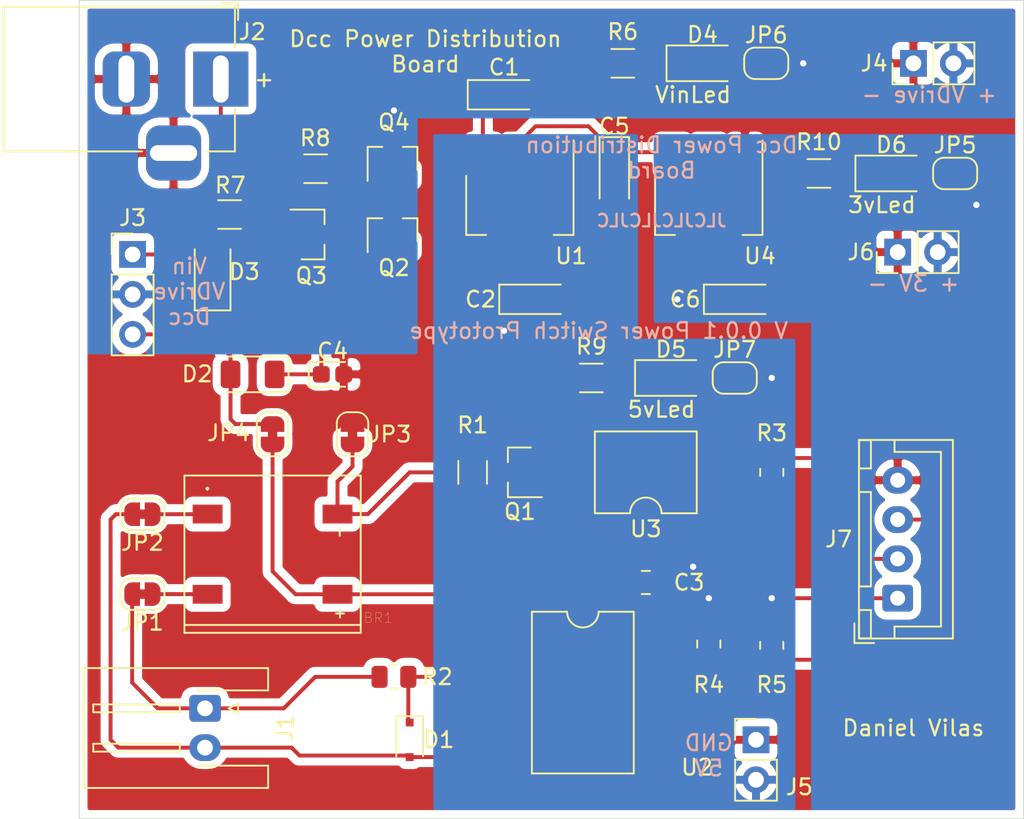
<source format=kicad_pcb>
(kicad_pcb (version 20171130) (host pcbnew 5.1.10-88a1d61d58~90~ubuntu21.04.1)
  (layers (0 F.Cu signal) (31 B.Cu signal) (34 B.Paste user) (35 F.Paste user hide) (36 B.SilkS user) (37 F.SilkS user) (38 B.Mask user) (39 F.Mask user hide) (44 Edge.Cuts user))
  (net 0 "")
  (net 1 "/Dcc Interface/J_ACK")
  (net 2 "/Dcc Interface/K_ACK")
  (net 3 "Net-(BR1-Pad+)")
  (net 4 "Net-(BR1-Pad-)")
  (net 5 GND)
  (net 6 Vdrive)
  (net 7 +5V)
  (net 8 "/Dcc Interface/K")
  (net 9 "Net-(D1-Pad1)")
  (net 10 "/Dcc Interface/J")
  (net 11 "/Power Distribution/Vin")
  (net 12 "/Dcc Interface/DccPower")
  (net 13 "Net-(Q1-Pad2)")
  (net 14 "Net-(Q1-Pad1)")
  (net 15 "Net-(R3-Pad2)")
  (net 16 "Net-(R4-Pad1)")
  (net 17 "Net-(U2-Pad1)")
  (net 18 "Net-(C4-Pad1)")
  (net 19 +3V3)
  (net 20 "Net-(Q2-Pad3)")
  (net 21 "Net-(Q2-Pad1)")
  (net 22 "Net-(Q3-Pad1)")
  (net 23 "Net-(D4-Pad2)")
  (net 24 "Net-(D4-Pad1)")
  (net 25 "Net-(D5-Pad2)")
  (net 26 "Net-(D5-Pad1)")
  (net 27 "Net-(D6-Pad2)")
  (net 28 "Net-(D6-Pad1)")
  (net 29 /_dcc)
  (net 30 /_ack)
  (module Connector_BarrelJack:BarrelJack_Horizontal (layer F.Cu) (at 29 25)
    (fp_text reference J2 (at 2 -3) (layer F.SilkS))
    (fp_text value Conn_01x02)
    (pad 3 thru_hole roundrect (at -3 4.7) (size 3.5 3.5) (drill oval 3 1) (layers *.Cu *.Mask) (net 5 GND))
    (pad 2 thru_hole roundrect (at -6 0) (size 3 3.5) (drill oval 1 3) (layers *.Cu *.Mask) (net 5 GND))
    (pad 1 thru_hole rect (at 0 0) (size 3.5 3.5) (drill oval 1 3) (layers *.Cu *.Mask) (net 11 "/Power Distribution/Vin"))
  )
  (module Connector_JST:JST_XH_B4B-XH-A_1x04_P2.50mm_Vertical (layer F.Cu) (at 72 58 90)
    (fp_text reference J7 (at 3.75 -3.75 180) (layer F.SilkS))
    (fp_text value Conn_01x04)
    (pad 4 thru_hole oval (at 7.5 0 90) (size 1.7 1.95) (drill 0.95) (layers *.Cu *.Mask) (net 5 GND))
    (pad 3 thru_hole oval (at 5 0 90) (size 1.7 1.95) (drill 0.95) (layers *.Cu *.Mask) (net 29 /_dcc))
    (pad 2 thru_hole oval (at 2.5 0 90) (size 1.7 1.95) (drill 0.95) (layers *.Cu *.Mask) (net 30 /_ack))
    (pad 1 thru_hole roundrect (at 0 0 90) (size 1.7 1.95) (drill 0.95) (layers *.Cu *.Mask) (roundrect_rratio 0.147059) (net 7 +5V))
  )
  (module Connector_PinHeader_2.54mm:PinHeader_1x02_P2.54mm_Vertical (layer F.Cu) (at 72 36 90)
    (fp_text reference J6 (at 0 -2.33 180) (layer F.SilkS))
    (fp_text value Conn_01x02)
    (pad 2 thru_hole oval (at 0 2.54 90) (size 1.7 1.7) (drill 1) (layers *.Cu *.Mask) (net 19 +3V3))
    (pad 1 thru_hole rect (at 0 0 90) (size 1.7 1.7) (drill 1) (layers *.Cu *.Mask) (net 5 GND))
  )
  (module Connector_PinHeader_2.54mm:PinHeader_1x02_P2.54mm_Vertical (layer F.Cu) (at 63 67)
    (fp_text reference J5 (at 2.75 3) (layer F.SilkS))
    (fp_text value Conn_01x02)
    (pad 2 thru_hole oval (at 0 2.54) (size 1.7 1.7) (drill 1) (layers *.Cu *.Mask) (net 7 +5V))
    (pad 1 thru_hole rect (at 0 0) (size 1.7 1.7) (drill 1) (layers *.Cu *.Mask) (net 5 GND))
  )
  (module Connector_PinHeader_2.54mm:PinHeader_1x02_P2.54mm_Vertical (layer F.Cu) (at 73 24 90)
    (fp_text reference J4 (at 0 -2.5 180) (layer F.SilkS))
    (fp_text value Conn_01x02)
    (pad 2 thru_hole oval (at 0 2.54 90) (size 1.7 1.7) (drill 1) (layers *.Cu *.Mask) (net 6 Vdrive))
    (pad 1 thru_hole rect (at 0 0 90) (size 1.7 1.7) (drill 1) (layers *.Cu *.Mask) (net 5 GND))
  )
  (module Resistor_SMD:R_1206_3216Metric (layer F.Cu) (at 67 31 180)
    (fp_text reference R10 (at 0 2) (layer F.SilkS))
    (fp_text value 100)
    (pad 2 smd roundrect (at 1.4625 0 180) (size 1.125 1.75) (layers F.Cu F.Paste F.Mask) (roundrect_rratio 0.222222) (net 5 GND))
    (pad 1 smd roundrect (at -1.4625 0 180) (size 1.125 1.75) (layers F.Cu F.Paste F.Mask) (roundrect_rratio 0.222222) (net 28 "Net-(D6-Pad1)"))
  )
  (module Resistor_SMD:R_1206_3216Metric (layer F.Cu) (at 52.5375 44 180)
    (fp_text reference R9 (at 0 2) (layer F.SilkS))
    (fp_text value 200)
    (pad 2 smd roundrect (at 1.4625 0 180) (size 1.125 1.75) (layers F.Cu F.Paste F.Mask) (roundrect_rratio 0.222222) (net 5 GND))
    (pad 1 smd roundrect (at -1.4625 0 180) (size 1.125 1.75) (layers F.Cu F.Paste F.Mask) (roundrect_rratio 0.222222) (net 26 "Net-(D5-Pad1)"))
  )
  (module Resistor_SMD:R_1206_3216Metric (layer F.Cu) (at 54.5375 24 180)
    (fp_text reference R6 (at 0 2) (layer F.SilkS))
    (fp_text value 900)
    (pad 2 smd roundrect (at 1.4625 0 180) (size 1.125 1.75) (layers F.Cu F.Paste F.Mask) (roundrect_rratio 0.222222) (net 5 GND))
    (pad 1 smd roundrect (at -1.4625 0 180) (size 1.125 1.75) (layers F.Cu F.Paste F.Mask) (roundrect_rratio 0.222222) (net 24 "Net-(D4-Pad1)"))
  )
  (module Jumper:SolderJumper-2_P1.3mm_Bridged_RoundedPad1.0x1.5mm (layer F.Cu) (at 61.65 44)
    (fp_text reference JP7 (at 0 -1.8) (layer F.SilkS))
    (fp_text value Jumper_2_Bridged)
    (fp_poly (pts (xy 0.25 -0.3) (xy -0.25 -0.3) (xy -0.25 0.3) (xy 0.25 0.3)) (layer F.Cu) (width 0))
    (pad 1 smd custom (at -0.65 0) (size 1 0.5) (layers F.Cu F.Mask) (net 25 "Net-(D5-Pad2)") (options (clearance outline) (anchor rect)) (primitives (gr_circle (center 0 0.25) (end 0.5 0.25) (width 0)) (gr_circle (center 0 -0.25) (end 0.5 -0.25) (width 0)) (gr_poly (pts (xy 0 -0.75) (xy 0.5 -0.75) (xy 0.5 0.75) (xy 0 0.75)) (width 0))))
    (pad 2 smd custom (at 0.65 0) (size 1 0.5) (layers F.Cu F.Mask) (net 7 +5V) (options (clearance outline) (anchor rect)) (primitives (gr_circle (center 0 0.25) (end 0.5 0.25) (width 0)) (gr_circle (center 0 -0.25) (end 0.5 -0.25) (width 0)) (gr_poly (pts (xy 0 -0.75) (xy -0.5 -0.75) (xy -0.5 0.75) (xy 0 0.75)) (width 0))))
  )
  (module Jumper:SolderJumper-2_P1.3mm_Bridged_RoundedPad1.0x1.5mm (layer F.Cu) (at 63.65 24)
    (fp_text reference JP6 (at 0 -1.8) (layer F.SilkS))
    (fp_text value Jumper_2_Bridged)
    (fp_poly (pts (xy 0.25 -0.3) (xy -0.25 -0.3) (xy -0.25 0.3) (xy 0.25 0.3)) (layer F.Cu) (width 0))
    (pad 1 smd custom (at -0.65 0) (size 1 0.5) (layers F.Cu F.Mask) (net 23 "Net-(D4-Pad2)") (options (clearance outline) (anchor rect)) (primitives (gr_circle (center 0 0.25) (end 0.5 0.25) (width 0)) (gr_circle (center 0 -0.25) (end 0.5 -0.25) (width 0)) (gr_poly (pts (xy 0 -0.75) (xy 0.5 -0.75) (xy 0.5 0.75) (xy 0 0.75)) (width 0))))
    (pad 2 smd custom (at 0.65 0) (size 1 0.5) (layers F.Cu F.Mask) (net 6 Vdrive) (options (clearance outline) (anchor rect)) (primitives (gr_circle (center 0 0.25) (end 0.5 0.25) (width 0)) (gr_circle (center 0 -0.25) (end 0.5 -0.25) (width 0)) (gr_poly (pts (xy 0 -0.75) (xy -0.5 -0.75) (xy -0.5 0.75) (xy 0 0.75)) (width 0))))
  )
  (module Jumper:SolderJumper-2_P1.3mm_Bridged_RoundedPad1.0x1.5mm (layer F.Cu) (at 75.65 31)
    (fp_text reference JP5 (at 0 -1.8) (layer F.SilkS))
    (fp_text value Jumper_2_Bridged)
    (fp_poly (pts (xy 0.25 -0.3) (xy -0.25 -0.3) (xy -0.25 0.3) (xy 0.25 0.3)) (layer F.Cu) (width 0))
    (pad 1 smd custom (at -0.65 0) (size 1 0.5) (layers F.Cu F.Mask) (net 27 "Net-(D6-Pad2)") (options (clearance outline) (anchor rect)) (primitives (gr_circle (center 0 0.25) (end 0.5 0.25) (width 0)) (gr_circle (center 0 -0.25) (end 0.5 -0.25) (width 0)) (gr_poly (pts (xy 0 -0.75) (xy 0.5 -0.75) (xy 0.5 0.75) (xy 0 0.75)) (width 0))))
    (pad 2 smd custom (at 0.65 0) (size 1 0.5) (layers F.Cu F.Mask) (net 19 +3V3) (options (clearance outline) (anchor rect)) (primitives (gr_circle (center 0 0.25) (end 0.5 0.25) (width 0)) (gr_circle (center 0 -0.25) (end 0.5 -0.25) (width 0)) (gr_poly (pts (xy 0 -0.75) (xy -0.5 -0.75) (xy -0.5 0.75) (xy 0 0.75)) (width 0))))
  )
  (module LED_SMD:LED_1206_3216Metric (layer F.Cu) (at 71.6 31)
    (fp_text reference D6 (at 0 -1.82) (layer F.SilkS))
    (fp_text value LED)
    (pad 2 smd roundrect (at 1.4 0) (size 1.25 1.75) (layers F.Cu F.Paste F.Mask) (roundrect_rratio 0.2) (net 27 "Net-(D6-Pad2)"))
    (pad 1 smd roundrect (at -1.4 0) (size 1.25 1.75) (layers F.Cu F.Paste F.Mask) (roundrect_rratio 0.2) (net 28 "Net-(D6-Pad1)"))
  )
  (module LED_SMD:LED_1206_3216Metric (layer F.Cu) (at 57.6 44)
    (fp_text reference D5 (at 0 -1.82) (layer F.SilkS))
    (fp_text value LED)
    (pad 2 smd roundrect (at 1.4 0) (size 1.25 1.75) (layers F.Cu F.Paste F.Mask) (roundrect_rratio 0.2) (net 25 "Net-(D5-Pad2)"))
    (pad 1 smd roundrect (at -1.4 0) (size 1.25 1.75) (layers F.Cu F.Paste F.Mask) (roundrect_rratio 0.2) (net 26 "Net-(D5-Pad1)"))
  )
  (module LED_SMD:LED_1206_3216Metric (layer F.Cu) (at 59.6 24)
    (fp_text reference D4 (at 0 -1.82) (layer F.SilkS))
    (fp_text value LED)
    (pad 2 smd roundrect (at 1.4 0) (size 1.25 1.75) (layers F.Cu F.Paste F.Mask) (roundrect_rratio 0.2) (net 23 "Net-(D4-Pad2)"))
    (pad 1 smd roundrect (at -1.4 0) (size 1.25 1.75) (layers F.Cu F.Paste F.Mask) (roundrect_rratio 0.2) (net 24 "Net-(D4-Pad1)"))
  )
  (module Project:DIOB_DB107S (layer F.Cu) (at 32.29 55.2 270)
    (fp_text reference BR1 (at 4.05 -6.71 180) (layer F.SilkS) (effects (font (size 0.640331 0.640331) (thickness 0.015))))
    (fp_text value DB107S)
    (fp_text user · (at -4.1656 4.2164 90) (layer F.SilkS))
    (pad ~ smd rect (at 2.54959 4.12442 270) (size 1.2 1.9) (layers F.Cu F.Paste F.Mask) (net 1 "/Dcc Interface/J_ACK"))
    (pad ~. smd rect (at -2.55041 4.12442 270) (size 1.2 1.9) (layers F.Cu F.Paste F.Mask) (net 2 "/Dcc Interface/K_ACK"))
    (pad + smd rect (at 2.54959 -4.12558 270) (size 1.2 1.9) (layers F.Cu F.Paste F.Mask) (net 3 "Net-(BR1-Pad+)"))
    (pad - smd rect (at -2.55041 -4.12558 270) (size 1.2 1.9) (layers F.Cu F.Paste F.Mask) (net 4 "Net-(BR1-Pad-)"))
  )
  (module Diode_SMD:D_1206_3216Metric (layer F.Cu) (at 28.48 37.42 90)
    (fp_text reference D3 (at 0.17 2.02 180) (layer F.SilkS))
    (fp_text value D)
    (pad 2 smd roundrect (at 1.4 0 90) (size 1.25 1.75) (layers F.Cu F.Paste F.Mask) (roundrect_rratio 0.2) (net 11 "/Power Distribution/Vin"))
    (pad 1 smd roundrect (at -1.4 0 90) (size 1.25 1.75) (layers F.Cu F.Paste F.Mask) (roundrect_rratio 0.2) (net 6 Vdrive))
  )
  (module Package_TO_SOT_SMD:SOT-223-3_TabPin2 (layer F.Cu) (at 60 33 270)
    (fp_text reference U4 (at 3.25 -3.25 180) (layer F.SilkS))
    (fp_text value AMS1117-3.3)
    (pad 1 smd rect (at -3.15 -2.3 270) (size 2 1.5) (layers F.Cu F.Paste F.Mask) (net 5 GND))
    (pad 3 smd rect (at -3.15 2.3 270) (size 2 1.5) (layers F.Cu F.Paste F.Mask) (net 7 +5V))
    (pad 2 smd rect (at -3.15 0 270) (size 2 1.5) (layers F.Cu F.Paste F.Mask) (net 19 +3V3))
    (pad 2 smd rect (at 3.15 0 270) (size 2 3.8) (layers F.Cu F.Paste F.Mask) (net 19 +3V3))
  )
  (module Resistor_SMD:R_1206_3216Metric (layer F.Cu) (at 35.0225 30.7 180)
    (fp_text reference R8 (at 0.0225 1.95) (layer F.SilkS))
    (fp_text value 100k)
    (pad 2 smd roundrect (at 1.4625 0 180) (size 1.125 1.75) (layers F.Cu F.Paste F.Mask) (roundrect_rratio 0.222222) (net 5 GND))
    (pad 1 smd roundrect (at -1.4625 0 180) (size 1.125 1.75) (layers F.Cu F.Paste F.Mask) (roundrect_rratio 0.222222) (net 20 "Net-(Q2-Pad3)"))
  )
  (module Resistor_SMD:R_1206_3216Metric (layer F.Cu) (at 29.5575 33.61 180)
    (fp_text reference R7 (at -0.0425 1.86) (layer F.SilkS))
    (fp_text value 100K)
    (pad 2 smd roundrect (at 1.4625 0 180) (size 1.125 1.75) (layers F.Cu F.Paste F.Mask) (roundrect_rratio 0.222222) (net 11 "/Power Distribution/Vin"))
    (pad 1 smd roundrect (at -1.4625 0 180) (size 1.125 1.75) (layers F.Cu F.Paste F.Mask) (roundrect_rratio 0.222222) (net 22 "Net-(Q3-Pad1)"))
  )
  (module Package_TO_SOT_SMD:SOT-23 (layer F.Cu) (at 39.91 30.07 90)
    (fp_text reference Q4 (at 2.32 0.09 180) (layer F.SilkS))
    (fp_text value NXV90EPR)
    (pad 3 smd rect (at 1 0 90) (size 0.9 0.8) (layers F.Cu F.Paste F.Mask) (net 6 Vdrive))
    (pad 2 smd rect (at -1 0.95 90) (size 0.9 0.8) (layers F.Cu F.Paste F.Mask) (net 18 "Net-(C4-Pad1)"))
    (pad 1 smd rect (at -1 -0.95 90) (size 0.9 0.8) (layers F.Cu F.Paste F.Mask) (net 20 "Net-(Q2-Pad3)"))
  )
  (module Package_TO_SOT_SMD:SOT-23 (layer F.Cu) (at 34.83 34.88)
    (fp_text reference Q3 (at -0.08 2.62) (layer F.SilkS))
    (fp_text value BC817)
    (pad 3 smd rect (at 1 0) (size 0.9 0.8) (layers F.Cu F.Paste F.Mask) (net 21 "Net-(Q2-Pad1)"))
    (pad 2 smd rect (at -1 0.95) (size 0.9 0.8) (layers F.Cu F.Paste F.Mask) (net 5 GND))
    (pad 1 smd rect (at -1 -0.95) (size 0.9 0.8) (layers F.Cu F.Paste F.Mask) (net 22 "Net-(Q3-Pad1)"))
  )
  (module Package_TO_SOT_SMD:SOT-23 (layer F.Cu) (at 39.91 34.61 90)
    (fp_text reference Q2 (at -2.39 0.09 180) (layer F.SilkS))
    (fp_text value BC807)
    (pad 3 smd rect (at 1 0 90) (size 0.9 0.8) (layers F.Cu F.Paste F.Mask) (net 20 "Net-(Q2-Pad3)"))
    (pad 2 smd rect (at -1 0.95 90) (size 0.9 0.8) (layers F.Cu F.Paste F.Mask) (net 18 "Net-(C4-Pad1)"))
    (pad 1 smd rect (at -1 -0.95 90) (size 0.9 0.8) (layers F.Cu F.Paste F.Mask) (net 21 "Net-(Q2-Pad1)"))
  )
  (module Connector_PinHeader_2.54mm:PinHeader_1x03_P2.54mm_Vertical (layer F.Cu) (at 23.4 36.15)
    (fp_text reference J3 (at 0 -2.33) (layer F.SilkS))
    (fp_text value Conn_01x03)
    (pad 3 thru_hole oval (at 0 5.08) (size 1.7 1.7) (drill 1) (layers *.Cu *.Mask) (net 12 "/Dcc Interface/DccPower"))
    (pad 2 thru_hole oval (at 0 2.54) (size 1.7 1.7) (drill 1) (layers *.Cu *.Mask) (net 6 Vdrive))
    (pad 1 thru_hole rect (at 0 0) (size 1.7 1.7) (drill 1) (layers *.Cu *.Mask) (net 11 "/Power Distribution/Vin"))
  )
  (module Diode_SMD:D_1206_3216Metric (layer F.Cu) (at 31.02 43.77 180)
    (fp_text reference D2 (at 3.52 0.02) (layer F.SilkS))
    (fp_text value D)
    (pad 2 smd roundrect (at 1.4 0 180) (size 1.25 1.75) (layers F.Cu F.Paste F.Mask) (roundrect_rratio 0.2) (net 12 "/Dcc Interface/DccPower"))
    (pad 1 smd roundrect (at -1.4 0 180) (size 1.25 1.75) (layers F.Cu F.Paste F.Mask) (roundrect_rratio 0.2) (net 18 "Net-(C4-Pad1)"))
  )
  (module Capacitor_Tantalum_SMD:CP_EIA-3216-18_Kemet-A (layer F.Cu) (at 62 39)
    (fp_text reference C6 (at -3.5 0) (layer F.SilkS))
    (fp_text value 10uf)
    (pad 2 smd roundrect (at 1.35 0) (size 1.4 1.35) (layers F.Cu F.Paste F.Mask) (roundrect_rratio 0.185185) (net 5 GND))
    (pad 1 smd roundrect (at -1.35 0) (size 1.4 1.35) (layers F.Cu F.Paste F.Mask) (roundrect_rratio 0.185185) (net 19 +3V3))
  )
  (module Capacitor_Tantalum_SMD:CP_EIA-3216-18_Kemet-A (layer F.Cu) (at 54 31 270)
    (fp_text reference C5 (at -3 0 180) (layer F.SilkS))
    (fp_text value 10uf)
    (pad 2 smd roundrect (at 1.35 0 270) (size 1.4 1.35) (layers F.Cu F.Paste F.Mask) (roundrect_rratio 0.185185) (net 5 GND))
    (pad 1 smd roundrect (at -1.35 0 270) (size 1.4 1.35) (layers F.Cu F.Paste F.Mask) (roundrect_rratio 0.185185) (net 7 +5V))
  )
  (module Capacitor_Tantalum_SMD:CP_EIA-1608-08_AVX-J (layer F.Cu) (at 36.1 43.77)
    (fp_text reference C4 (at 0 -1.48) (layer F.SilkS))
    (fp_text value 10u)
    (pad 2 smd roundrect (at 0.7125 0) (size 1.075 1.05) (layers F.Cu F.Paste F.Mask) (roundrect_rratio 0.238095) (net 5 GND))
    (pad 1 smd roundrect (at -0.7125 0) (size 1.075 1.05) (layers F.Cu F.Paste F.Mask) (roundrect_rratio 0.238095) (net 18 "Net-(C4-Pad1)"))
  )
  (module Package_DIP:SMDIP-4_W9.53mm (layer F.Cu) (at 56 50 180)
    (fp_text reference U3 (at 0 -3.6) (layer F.SilkS))
    (fp_text value PC817)
    (pad 4 smd rect (at 4.765 -1.27 180) (size 2 1.78) (layers F.Cu F.Paste F.Mask) (net 14 "Net-(Q1-Pad1)"))
    (pad 2 smd rect (at -4.765 1.27 180) (size 2 1.78) (layers F.Cu F.Paste F.Mask) (net 5 GND))
    (pad 3 smd rect (at 4.765 1.27 180) (size 2 1.78) (layers F.Cu F.Paste F.Mask) (net 4 "Net-(BR1-Pad-)"))
    (pad 1 smd rect (at -4.765 -1.27 180) (size 2 1.78) (layers F.Cu F.Paste F.Mask) (net 15 "Net-(R3-Pad2)"))
  )
  (module Package_DIP:SMDIP-8_W9.53mm (layer F.Cu) (at 52 64)
    (fp_text reference U2 (at 7.25 4.75) (layer F.SilkS))
    (fp_text value 6N137S1)
    (pad 8 smd rect (at 4.765 -3.81) (size 2 1.78) (layers F.Cu F.Paste F.Mask) (net 7 +5V))
    (pad 4 smd rect (at -4.765 3.81) (size 2 1.78) (layers F.Cu F.Paste F.Mask))
    (pad 7 smd rect (at 4.765 -1.27) (size 2 1.78) (layers F.Cu F.Paste F.Mask) (net 16 "Net-(R4-Pad1)"))
    (pad 3 smd rect (at -4.765 1.27) (size 2 1.78) (layers F.Cu F.Paste F.Mask) (net 8 "/Dcc Interface/K"))
    (pad 6 smd rect (at 4.765 1.27) (size 2 1.78) (layers F.Cu F.Paste F.Mask) (net 29 /_dcc))
    (pad 2 smd rect (at -4.765 -1.27) (size 2 1.78) (layers F.Cu F.Paste F.Mask) (net 9 "Net-(D1-Pad1)"))
    (pad 5 smd rect (at 4.765 3.81) (size 2 1.78) (layers F.Cu F.Paste F.Mask) (net 5 GND))
    (pad 1 smd rect (at -4.765 -3.81) (size 2 1.78) (layers F.Cu F.Paste F.Mask) (net 17 "Net-(U2-Pad1)"))
  )
  (module Package_TO_SOT_SMD:SOT-223-3_TabPin2 (layer F.Cu) (at 48 33 270)
    (fp_text reference U1 (at 3.25 -3.25 180) (layer F.SilkS))
    (fp_text value AMS1117-5.0)
    (pad 1 smd rect (at -3.15 -2.3 270) (size 2 1.5) (layers F.Cu F.Paste F.Mask) (net 5 GND))
    (pad 3 smd rect (at -3.15 2.3 270) (size 2 1.5) (layers F.Cu F.Paste F.Mask) (net 6 Vdrive))
    (pad 2 smd rect (at -3.15 0 270) (size 2 1.5) (layers F.Cu F.Paste F.Mask) (net 7 +5V))
    (pad 2 smd rect (at 3.15 0 270) (size 2 3.8) (layers F.Cu F.Paste F.Mask) (net 7 +5V))
  )
  (module Resistor_SMD:R_0805_2012Metric (layer F.Cu) (at 64 61 90)
    (fp_text reference R5 (at -2.5 0 180) (layer F.SilkS))
    (fp_text value 10K)
    (pad 2 smd roundrect (at 0.9125 0 90) (size 1.025 1.4) (layers F.Cu F.Paste F.Mask) (roundrect_rratio 0.243902) (net 7 +5V))
    (pad 1 smd roundrect (at -0.9125 0 90) (size 1.025 1.4) (layers F.Cu F.Paste F.Mask) (roundrect_rratio 0.243902) (net 29 /_dcc))
  )
  (module Resistor_SMD:R_0805_2012Metric (layer F.Cu) (at 60 60.9125 90)
    (fp_text reference R4 (at -2.5875 0 180) (layer F.SilkS))
    (fp_text value 10K)
    (pad 2 smd roundrect (at 0.9125 0 90) (size 1.025 1.4) (layers F.Cu F.Paste F.Mask) (roundrect_rratio 0.243902) (net 7 +5V))
    (pad 1 smd roundrect (at -0.9125 0 90) (size 1.025 1.4) (layers F.Cu F.Paste F.Mask) (roundrect_rratio 0.243902) (net 16 "Net-(R4-Pad1)"))
  )
  (module Resistor_SMD:R_0805_2012Metric (layer F.Cu) (at 64 50 270)
    (fp_text reference R3 (at -2.5 0 180) (layer F.SilkS))
    (fp_text value 1K)
    (pad 2 smd roundrect (at 0.9125 0 270) (size 1.025 1.4) (layers F.Cu F.Paste F.Mask) (roundrect_rratio 0.243902) (net 15 "Net-(R3-Pad2)"))
    (pad 1 smd roundrect (at -0.9125 0 270) (size 1.025 1.4) (layers F.Cu F.Paste F.Mask) (roundrect_rratio 0.243902) (net 30 /_ack))
  )
  (module Resistor_SMD:R_0805_2012Metric (layer F.Cu) (at 40 63 180)
    (fp_text reference R2 (at -2.75 0) (layer F.SilkS))
    (fp_text value 3k)
    (pad 2 smd roundrect (at 0.9125 0 180) (size 1.025 1.4) (layers F.Cu F.Paste F.Mask) (roundrect_rratio 0.243902) (net 10 "/Dcc Interface/J"))
    (pad 1 smd roundrect (at -0.9125 0 180) (size 1.025 1.4) (layers F.Cu F.Paste F.Mask) (roundrect_rratio 0.243902) (net 9 "Net-(D1-Pad1)"))
  )
  (module Resistor_SMD:R_1206_3216Metric (layer F.Cu) (at 45 50 270)
    (fp_text reference R1 (at -3 0 180) (layer F.SilkS))
    (fp_text value 100)
    (pad 2 smd roundrect (at 1.4625 0 270) (size 1.125 1.75) (layers F.Cu F.Paste F.Mask) (roundrect_rratio 0.222222) (net 3 "Net-(BR1-Pad+)"))
    (pad 1 smd roundrect (at -1.4625 0 270) (size 1.125 1.75) (layers F.Cu F.Paste F.Mask) (roundrect_rratio 0.222222) (net 13 "Net-(Q1-Pad2)"))
  )
  (module Package_TO_SOT_SMD:SOT-23 (layer F.Cu) (at 48 50 180)
    (fp_text reference Q1 (at 0 -2.5) (layer F.SilkS))
    (fp_text value BC560)
    (pad 3 smd rect (at 1 0 180) (size 0.9 0.8) (layers F.Cu F.Paste F.Mask) (net 4 "Net-(BR1-Pad-)"))
    (pad 2 smd rect (at -1 0.95 180) (size 0.9 0.8) (layers F.Cu F.Paste F.Mask) (net 13 "Net-(Q1-Pad2)"))
    (pad 1 smd rect (at -1 -0.95 180) (size 0.9 0.8) (layers F.Cu F.Paste F.Mask) (net 14 "Net-(Q1-Pad1)"))
  )
  (module Jumper:SolderJumper-2_P1.3mm_Bridged_RoundedPad1.0x1.5mm (layer F.Cu) (at 32.29 47.58 90)
    (fp_text reference JP4 (at 0.08 -2.79 180) (layer F.SilkS))
    (fp_text value Jumper_NC)
    (fp_poly (pts (xy 0.25 -0.3) (xy -0.25 -0.3) (xy -0.25 0.3) (xy 0.25 0.3)) (layer F.Cu) (width 0))
    (pad 1 smd custom (at -0.65 0 90) (size 1 0.5) (layers F.Cu F.Mask) (net 3 "Net-(BR1-Pad+)") (options (clearance outline) (anchor rect)) (primitives (gr_circle (center 0 0.25) (end 0.5 0.25) (width 0)) (gr_circle (center 0 -0.25) (end 0.5 -0.25) (width 0)) (gr_poly (pts (xy 0 -0.75) (xy 0.5 -0.75) (xy 0.5 0.75) (xy 0 0.75)) (width 0))))
    (pad 2 smd custom (at 0.65 0 90) (size 1 0.5) (layers F.Cu F.Mask) (net 12 "/Dcc Interface/DccPower") (options (clearance outline) (anchor rect)) (primitives (gr_circle (center 0 0.25) (end 0.5 0.25) (width 0)) (gr_circle (center 0 -0.25) (end 0.5 -0.25) (width 0)) (gr_poly (pts (xy 0 -0.75) (xy -0.5 -0.75) (xy -0.5 0.75) (xy 0 0.75)) (width 0))))
  )
  (module Jumper:SolderJumper-2_P1.3mm_Bridged_RoundedPad1.0x1.5mm (layer F.Cu) (at 37.37 47.58 90)
    (fp_text reference JP3 (at 0 2.38) (layer F.SilkS))
    (fp_text value Jumper_NC)
    (fp_poly (pts (xy 0.25 -0.3) (xy -0.25 -0.3) (xy -0.25 0.3) (xy 0.25 0.3)) (layer F.Cu) (width 0))
    (pad 1 smd custom (at -0.65 0 90) (size 1 0.5) (layers F.Cu F.Mask) (net 4 "Net-(BR1-Pad-)") (options (clearance outline) (anchor rect)) (primitives (gr_circle (center 0 0.25) (end 0.5 0.25) (width 0)) (gr_circle (center 0 -0.25) (end 0.5 -0.25) (width 0)) (gr_poly (pts (xy 0 -0.75) (xy 0.5 -0.75) (xy 0.5 0.75) (xy 0 0.75)) (width 0))))
    (pad 2 smd custom (at 0.65 0 90) (size 1 0.5) (layers F.Cu F.Mask) (net 5 GND) (options (clearance outline) (anchor rect)) (primitives (gr_circle (center 0 0.25) (end 0.5 0.25) (width 0)) (gr_circle (center 0 -0.25) (end 0.5 -0.25) (width 0)) (gr_poly (pts (xy 0 -0.75) (xy -0.5 -0.75) (xy -0.5 0.75) (xy 0 0.75)) (width 0))))
  )
  (module Jumper:SolderJumper-2_P1.3mm_Bridged_RoundedPad1.0x1.5mm (layer F.Cu) (at 24.02 52.66 180)
    (fp_text reference JP2 (at 0 -1.8) (layer F.SilkS))
    (fp_text value Jumper_NC)
    (fp_poly (pts (xy 0.25 -0.3) (xy -0.25 -0.3) (xy -0.25 0.3) (xy 0.25 0.3)) (layer F.Cu) (width 0))
    (pad 1 smd custom (at -0.65 0 180) (size 1 0.5) (layers F.Cu F.Mask) (net 2 "/Dcc Interface/K_ACK") (options (clearance outline) (anchor rect)) (primitives (gr_circle (center 0 0.25) (end 0.5 0.25) (width 0)) (gr_circle (center 0 -0.25) (end 0.5 -0.25) (width 0)) (gr_poly (pts (xy 0 -0.75) (xy 0.5 -0.75) (xy 0.5 0.75) (xy 0 0.75)) (width 0))))
    (pad 2 smd custom (at 0.65 0 180) (size 1 0.5) (layers F.Cu F.Mask) (net 8 "/Dcc Interface/K") (options (clearance outline) (anchor rect)) (primitives (gr_circle (center 0 0.25) (end 0.5 0.25) (width 0)) (gr_circle (center 0 -0.25) (end 0.5 -0.25) (width 0)) (gr_poly (pts (xy 0 -0.75) (xy -0.5 -0.75) (xy -0.5 0.75) (xy 0 0.75)) (width 0))))
  )
  (module Jumper:SolderJumper-2_P1.3mm_Bridged_RoundedPad1.0x1.5mm (layer F.Cu) (at 24.02 57.74 180)
    (fp_text reference JP1 (at 0 -1.8) (layer F.SilkS))
    (fp_text value Jumper_NC)
    (fp_poly (pts (xy 0.25 -0.3) (xy -0.25 -0.3) (xy -0.25 0.3) (xy 0.25 0.3)) (layer F.Cu) (width 0))
    (pad 1 smd custom (at -0.65 0 180) (size 1 0.5) (layers F.Cu F.Mask) (net 1 "/Dcc Interface/J_ACK") (options (clearance outline) (anchor rect)) (primitives (gr_circle (center 0 0.25) (end 0.5 0.25) (width 0)) (gr_circle (center 0 -0.25) (end 0.5 -0.25) (width 0)) (gr_poly (pts (xy 0 -0.75) (xy 0.5 -0.75) (xy 0.5 0.75) (xy 0 0.75)) (width 0))))
    (pad 2 smd custom (at 0.65 0 180) (size 1 0.5) (layers F.Cu F.Mask) (net 10 "/Dcc Interface/J") (options (clearance outline) (anchor rect)) (primitives (gr_circle (center 0 0.25) (end 0.5 0.25) (width 0)) (gr_circle (center 0 -0.25) (end 0.5 -0.25) (width 0)) (gr_poly (pts (xy 0 -0.75) (xy -0.5 -0.75) (xy -0.5 0.75) (xy 0 0.75)) (width 0))))
  )
  (module Connector_JST:JST_XH_S2B-XH-A-1_1x02_P2.50mm_Horizontal (layer F.Cu) (at 28 65 270)
    (fp_text reference J1 (at 1.25 -5.1 90) (layer F.SilkS))
    (fp_text value Conn_01x02)
    (pad 2 thru_hole oval (at 2.5 0 270) (size 1.7 2) (drill 1) (layers *.Cu *.Mask) (net 8 "/Dcc Interface/K"))
    (pad 1 thru_hole roundrect (at 0 0 270) (size 1.7 2) (drill 1) (layers *.Cu *.Mask) (roundrect_rratio 0.147059) (net 10 "/Dcc Interface/J"))
  )
  (module Diode_SMD:D_SOD-323F (layer F.Cu) (at 41 67 270)
    (fp_text reference D1 (at 0 -1.85 180) (layer F.SilkS))
    (fp_text value 1N4148)
    (pad 2 smd rect (at 1.1 0 270) (size 0.5 0.5) (layers F.Cu F.Paste F.Mask) (net 8 "/Dcc Interface/K"))
    (pad 1 smd rect (at -1.1 0 270) (size 0.5 0.5) (layers F.Cu F.Paste F.Mask) (net 9 "Net-(D1-Pad1)"))
  )
  (module Capacitor_SMD:C_0805_2012Metric (layer F.Cu) (at 56 57 180)
    (fp_text reference C3 (at -2.75 0) (layer F.SilkS))
    (fp_text value 10uf)
    (pad 2 smd roundrect (at 0.95 0 180) (size 1 1.45) (layers F.Cu F.Paste F.Mask) (net 5 GND))
    (pad 1 smd roundrect (at -0.95 0 180) (size 1 1.45) (layers F.Cu F.Paste F.Mask) (net 7 +5V))
  )
  (module Capacitor_Tantalum_SMD:CP_EIA-3216-18_Kemet-A (layer F.Cu) (at 49 39)
    (fp_text reference C2 (at -3.5 0) (layer F.SilkS))
    (fp_text value 10uf)
    (pad 2 smd roundrect (at 1.35 0) (size 1.4 1.35) (layers F.Cu F.Paste F.Mask) (roundrect_rratio 0.185185) (net 5 GND))
    (pad 1 smd roundrect (at -1.35 0) (size 1.4 1.35) (layers F.Cu F.Paste F.Mask) (roundrect_rratio 0.185185) (net 7 +5V))
  )
  (module Capacitor_Tantalum_SMD:CP_EIA-3216-18_Kemet-A (layer F.Cu) (at 47 26)
    (fp_text reference C1 (at 0 -1.75) (layer F.SilkS))
    (fp_text value 10uf)
    (pad 2 smd roundrect (at 1.35 0) (size 1.4 1.35) (layers F.Cu F.Paste F.Mask) (roundrect_rratio 0.185185) (net 5 GND))
    (pad 1 smd roundrect (at -1.35 0) (size 1.4 1.35) (layers F.Cu F.Paste F.Mask) (roundrect_rratio 0.185185) (net 6 Vdrive))
  )
  (gr_text + (at 31.75 25) (layer F.SilkS) (effects (font (size 1 1))))
  (gr_text JLCJLCJLCJLC (at 57 34) (layer B.SilkS) (effects (font (size 0.8 0.8)) (justify mirror)))
  (gr_text "Vin\nVDrive\nDcc" (at 27 38.5) (layer B.SilkS) (effects (font (size 1 1)) (justify mirror)))
  (gr_text "GND\n5V" (at 60 68) (layer B.SilkS) (effects (font (size 1 1)) (justify mirror)))
  (gr_text "+ 3V -" (at 73 38) (layer B.SilkS) (effects (font (size 1 1)) (justify mirror)))
  (gr_text "+ VDrive -" (at 74 26) (layer B.SilkS) (effects (font (size 1 1)) (justify mirror)))
  (gr_text "V 0.0.1 Power Switch Prototype" (at 53 41) (layer B.SilkS) (effects (font (size 1 1)) (justify mirror)))
  (gr_text "Dcc Power Distribution\nBoard" (at 57 30) (layer B.SilkS) (effects (font (size 1 1)) (justify mirror)))
  (gr_text "Daniel Vilas" (at 73 66.25) (layer F.SilkS) (effects (font (size 1 1))))
  (gr_text "Dcc Power Distribution\nBoard" (at 42 23.25) (layer F.SilkS) (effects (font (size 1 1))))
  (gr_text 5vLed (at 57 46) (layer F.SilkS) (effects (font (size 1 1))))
  (gr_text 3vLed (at 71 33) (layer F.SilkS) (effects (font (size 1 1))))
  (gr_text VinLed (at 59 26) (layer F.SilkS) (effects (font (size 1 1))))
  (gr_line (start 80 20) (end 20 20) (layer Edge.Cuts) (width 0.05))
  (gr_line (start 80 72) (end 80 20) (layer Edge.Cuts) (width 0.05))
  (gr_line (start 20 72) (end 80 72) (layer Edge.Cuts) (width 0.05))
  (gr_line (start 20 20) (end 20 72) (layer Edge.Cuts) (width 0.05))
  (segment (start 28.15599 57.74) (end 28.16558 57.74959) (width 0.25) (layer F.Cu) (net 1))
  (segment (start 24.67 57.74) (end 28.15599 57.74) (width 0.25) (layer F.Cu) (net 1))
  (segment (start 28.15517 52.66) (end 28.16558 52.64959) (width 0.25) (layer F.Cu) (net 2))
  (segment (start 24.67 52.66) (end 28.15517 52.66) (width 0.25) (layer F.Cu) (net 2))
  (segment (start 32.29 48.23) (end 32.29 56.29) (width 0.25) (layer F.Cu) (net 3))
  (segment (start 33.74959 57.74959) (end 36.41558 57.74959) (width 0.25) (layer F.Cu) (net 3))
  (segment (start 32.29 56.29) (end 33.74959 57.74959) (width 0.25) (layer F.Cu) (net 3))
  (segment (start 36.41558 57.74959) (end 43.25041 57.74959) (width 0.25) (layer F.Cu) (net 3))
  (segment (start 45 56) (end 45 51.4625) (width 0.25) (layer F.Cu) (net 3))
  (segment (start 43.25041 57.74959) (end 45 56) (width 0.25) (layer F.Cu) (net 3))
  (segment (start 36.41558 52.64959) (end 36.41558 50.58442) (width 0.25) (layer F.Cu) (net 4))
  (segment (start 37.37 49.63) (end 37.37 48.23) (width 0.25) (layer F.Cu) (net 4))
  (segment (start 36.41558 50.58442) (end 37.37 49.63) (width 0.25) (layer F.Cu) (net 4))
  (segment (start 47 50) (end 41 50) (width 0.25) (layer F.Cu) (net 4))
  (segment (start 38.35041 52.64959) (end 36.41558 52.64959) (width 0.25) (layer F.Cu) (net 4))
  (segment (start 41 50) (end 38.35041 52.64959) (width 0.25) (layer F.Cu) (net 4))
  (segment (start 49.965 50) (end 51.235 48.73) (width 0.25) (layer F.Cu) (net 4))
  (segment (start 47 50) (end 49.965 50) (width 0.25) (layer F.Cu) (net 4))
  (segment (start 37.37 46.93) (end 37.37 46.37) (width 0.25) (layer F.Cu) (net 5))
  (segment (start 36.8125 45.8125) (end 36.8125 43.77) (width 0.25) (layer F.Cu) (net 5))
  (segment (start 37.37 46.37) (end 36.8125 45.8125) (width 0.25) (layer F.Cu) (net 5))
  (segment (start 28.35 38.69) (end 28.48 38.82) (width 0.25) (layer F.Cu) (net 6))
  (segment (start 23.4 38.69) (end 28.35 38.69) (width 0.25) (layer F.Cu) (net 6))
  (via (at 40 27) (size 0.8) (drill 0.4) (layers F.Cu B.Cu) (net 6))
  (segment (start 39.91 27.09) (end 40 27) (width 0.25) (layer F.Cu) (net 6))
  (segment (start 39.91 29.07) (end 39.91 27.09) (width 0.25) (layer F.Cu) (net 6))
  (segment (start 45.65 29.8) (end 45.7 29.85) (width 0.25) (layer F.Cu) (net 6))
  (segment (start 45.65 26) (end 45.65 29.8) (width 0.25) (layer F.Cu) (net 6))
  (segment (start 41 26) (end 40 27) (width 0.25) (layer F.Cu) (net 6))
  (segment (start 45.65 26) (end 41 26) (width 0.25) (layer F.Cu) (net 6))
  (via (at 66 24) (size 0.8) (drill 0.4) (layers F.Cu B.Cu) (net 6))
  (segment (start 64.3 24) (end 66 24) (width 0.25) (layer F.Cu) (net 6))
  (segment (start 48 29.85) (end 48 36.15) (width 0.25) (layer F.Cu) (net 7))
  (segment (start 48 38.65) (end 47.65 39) (width 0.25) (layer F.Cu) (net 7))
  (segment (start 48 36.15) (end 48 38.65) (width 0.25) (layer F.Cu) (net 7))
  (via (at 47 41) (size 0.8) (drill 0.4) (layers F.Cu B.Cu) (net 7))
  (segment (start 47.65 40.35) (end 47 41) (width 0.25) (layer F.Cu) (net 7))
  (segment (start 47.65 39) (end 47.65 40.35) (width 0.25) (layer F.Cu) (net 7))
  (segment (start 48 29.85) (end 48 29) (width 0.25) (layer F.Cu) (net 7))
  (segment (start 48 29) (end 49 28) (width 0.25) (layer F.Cu) (net 7))
  (segment (start 52.35 28) (end 54 29.65) (width 0.25) (layer F.Cu) (net 7))
  (segment (start 49 28) (end 52.35 28) (width 0.25) (layer F.Cu) (net 7))
  (segment (start 57.5 29.65) (end 57.7 29.85) (width 0.25) (layer F.Cu) (net 7))
  (segment (start 54 29.65) (end 57.5 29.65) (width 0.25) (layer F.Cu) (net 7))
  (segment (start 59.81 60.19) (end 60 60) (width 0.25) (layer F.Cu) (net 7))
  (segment (start 56.765 60.19) (end 59.81 60.19) (width 0.25) (layer F.Cu) (net 7))
  (segment (start 63.9125 60) (end 64 60.0875) (width 0.25) (layer F.Cu) (net 7))
  (segment (start 60 60) (end 63.9125 60) (width 0.25) (layer F.Cu) (net 7))
  (via (at 64 58) (size 0.8) (drill 0.4) (layers F.Cu B.Cu) (net 7))
  (segment (start 64 60.0875) (end 64 58) (width 0.25) (layer F.Cu) (net 7))
  (via (at 60 58) (size 0.8) (drill 0.4) (layers F.Cu B.Cu) (net 7))
  (segment (start 60 60) (end 60 58) (width 0.25) (layer F.Cu) (net 7))
  (segment (start 56.765 57.185) (end 56.95 57) (width 0.25) (layer F.Cu) (net 7))
  (segment (start 56.765 60.19) (end 56.765 57.185) (width 0.25) (layer F.Cu) (net 7))
  (via (at 59 56) (size 0.8) (drill 0.4) (layers F.Cu B.Cu) (net 7))
  (segment (start 58 57) (end 59 56) (width 0.25) (layer F.Cu) (net 7))
  (segment (start 56.95 57) (end 58 57) (width 0.25) (layer F.Cu) (net 7))
  (via (at 64 44) (size 0.8) (drill 0.4) (layers F.Cu B.Cu) (net 7))
  (segment (start 62.3 44) (end 64 44) (width 0.25) (layer F.Cu) (net 7))
  (segment (start 72 58) (end 64 58) (width 0.25) (layer F.Cu) (net 7))
  (segment (start 23.37 52.66) (end 22.34 52.66) (width 0.25) (layer F.Cu) (net 8))
  (segment (start 22.34 52.66) (end 22 53) (width 0.25) (layer F.Cu) (net 8))
  (segment (start 22 53) (end 22 67) (width 0.25) (layer F.Cu) (net 8))
  (segment (start 22.5 67.5) (end 28 67.5) (width 0.25) (layer F.Cu) (net 8))
  (segment (start 22 67) (end 22.5 67.5) (width 0.25) (layer F.Cu) (net 8))
  (segment (start 28 67.5) (end 33.5 67.5) (width 0.25) (layer F.Cu) (net 8))
  (segment (start 33.5 67.5) (end 34 68) (width 0.25) (layer F.Cu) (net 8))
  (segment (start 40.9 68) (end 41 68.1) (width 0.25) (layer F.Cu) (net 8))
  (segment (start 34 68) (end 40.9 68) (width 0.25) (layer F.Cu) (net 8))
  (segment (start 45.73 65.27) (end 47.235 65.27) (width 0.25) (layer F.Cu) (net 8))
  (segment (start 42.9 68.1) (end 45.73 65.27) (width 0.25) (layer F.Cu) (net 8))
  (segment (start 41 68.1) (end 42.9 68.1) (width 0.25) (layer F.Cu) (net 8))
  (segment (start 40.9125 65.8125) (end 41 65.9) (width 0.25) (layer F.Cu) (net 9))
  (segment (start 40.9125 63) (end 40.9125 65.8125) (width 0.25) (layer F.Cu) (net 9))
  (segment (start 46.965 63) (end 47.235 62.73) (width 0.25) (layer F.Cu) (net 9))
  (segment (start 40.9125 63) (end 46.965 63) (width 0.25) (layer F.Cu) (net 9))
  (segment (start 28 65) (end 25 65) (width 0.25) (layer F.Cu) (net 10))
  (segment (start 23.37 63.37) (end 23.37 57.74) (width 0.25) (layer F.Cu) (net 10))
  (segment (start 25 65) (end 23.37 63.37) (width 0.25) (layer F.Cu) (net 10))
  (segment (start 35 63) (end 39.0875 63) (width 0.25) (layer F.Cu) (net 10))
  (segment (start 33 65) (end 35 63) (width 0.25) (layer F.Cu) (net 10))
  (segment (start 28 65) (end 33 65) (width 0.25) (layer F.Cu) (net 10))
  (segment (start 28.35 36.15) (end 28.48 36.02) (width 0.25) (layer F.Cu) (net 11))
  (segment (start 23.4 36.15) (end 28.35 36.15) (width 0.25) (layer F.Cu) (net 11))
  (segment (start 28.095 35.635) (end 28.48 36.02) (width 0.25) (layer F.Cu) (net 11))
  (segment (start 28.095 33.61) (end 28.095 35.635) (width 0.25) (layer F.Cu) (net 11))
  (segment (start 29 32.705) (end 28.095 33.61) (width 0.25) (layer F.Cu) (net 11))
  (segment (start 29 25) (end 29 32.705) (width 0.25) (layer F.Cu) (net 11))
  (segment (start 29.62 43.77) (end 29.62 46.62) (width 0.25) (layer F.Cu) (net 12))
  (segment (start 29.93 46.93) (end 32.29 46.93) (width 0.25) (layer F.Cu) (net 12))
  (segment (start 29.62 46.62) (end 29.93 46.93) (width 0.25) (layer F.Cu) (net 12))
  (segment (start 23.4 41.23) (end 28.23 41.23) (width 0.25) (layer F.Cu) (net 12))
  (segment (start 29.62 42.62) (end 29.62 43.77) (width 0.25) (layer F.Cu) (net 12))
  (segment (start 28.23 41.23) (end 29.62 42.62) (width 0.25) (layer F.Cu) (net 12))
  (segment (start 45 48.5375) (end 47.5375 48.5375) (width 0.25) (layer F.Cu) (net 13))
  (segment (start 48.05 49.05) (end 49 49.05) (width 0.25) (layer F.Cu) (net 13))
  (segment (start 47.5375 48.5375) (end 48.05 49.05) (width 0.25) (layer F.Cu) (net 13))
  (segment (start 49.32 51.27) (end 49 50.95) (width 0.25) (layer F.Cu) (net 14))
  (segment (start 51.235 51.27) (end 49.32 51.27) (width 0.25) (layer F.Cu) (net 14))
  (segment (start 61.1225 50.9125) (end 60.765 51.27) (width 0.25) (layer F.Cu) (net 15))
  (segment (start 64 50.9125) (end 61.1225 50.9125) (width 0.25) (layer F.Cu) (net 15))
  (segment (start 59.095 62.73) (end 60 61.825) (width 0.25) (layer F.Cu) (net 16))
  (segment (start 56.765 62.73) (end 59.095 62.73) (width 0.25) (layer F.Cu) (net 16))
  (segment (start 32.42 43.77) (end 35.3875 43.77) (width 0.25) (layer F.Cu) (net 18))
  (segment (start 35.3875 43.77) (end 35.3875 40.6125) (width 0.25) (layer F.Cu) (net 18))
  (segment (start 35.3875 40.6125) (end 36 40) (width 0.25) (layer F.Cu) (net 18))
  (segment (start 36 40) (end 40 40) (width 0.25) (layer F.Cu) (net 18))
  (segment (start 40.86 39.14) (end 40.86 35.61) (width 0.25) (layer F.Cu) (net 18))
  (segment (start 40 40) (end 40.86 39.14) (width 0.25) (layer F.Cu) (net 18))
  (segment (start 40.86 35.61) (end 40.86 31.07) (width 0.25) (layer F.Cu) (net 18))
  (segment (start 60 29.85) (end 60 36.15) (width 0.25) (layer F.Cu) (net 19))
  (segment (start 60 38.35) (end 60.65 39) (width 0.25) (layer F.Cu) (net 19))
  (segment (start 60 36.15) (end 60 38.35) (width 0.25) (layer F.Cu) (net 19))
  (segment (start 60.65 39) (end 58 39) (width 0.25) (layer F.Cu) (net 19))
  (via (at 58 39) (size 0.8) (drill 0.4) (layers F.Cu B.Cu) (net 19))
  (via (at 77 33) (size 0.8) (drill 0.4) (layers F.Cu B.Cu) (net 19))
  (segment (start 76.3 32.3) (end 77 33) (width 0.25) (layer F.Cu) (net 19))
  (segment (start 76.3 31) (end 76.3 32.3) (width 0.25) (layer F.Cu) (net 19))
  (segment (start 36.485 30.7) (end 37.7 30.7) (width 0.25) (layer F.Cu) (net 20))
  (segment (start 38.07 31.07) (end 38.96 31.07) (width 0.25) (layer F.Cu) (net 20))
  (segment (start 37.7 30.7) (end 38.07 31.07) (width 0.25) (layer F.Cu) (net 20))
  (segment (start 38.96 31.07) (end 38.96 32.96) (width 0.25) (layer F.Cu) (net 20))
  (segment (start 39.61 33.61) (end 39.91 33.61) (width 0.25) (layer F.Cu) (net 20))
  (segment (start 38.96 32.96) (end 39.61 33.61) (width 0.25) (layer F.Cu) (net 20))
  (segment (start 35.83 34.88) (end 36.88 34.88) (width 0.25) (layer F.Cu) (net 21))
  (segment (start 37.61 35.61) (end 38.96 35.61) (width 0.25) (layer F.Cu) (net 21))
  (segment (start 36.88 34.88) (end 37.61 35.61) (width 0.25) (layer F.Cu) (net 21))
  (segment (start 31.02 33.61) (end 31.61 33.61) (width 0.25) (layer F.Cu) (net 22))
  (segment (start 31.93 33.93) (end 33.83 33.93) (width 0.25) (layer F.Cu) (net 22))
  (segment (start 31.61 33.61) (end 31.93 33.93) (width 0.25) (layer F.Cu) (net 22))
  (segment (start 63 24) (end 61 24) (width 0.25) (layer F.Cu) (net 23))
  (segment (start 58.2 24) (end 56 24) (width 0.25) (layer F.Cu) (net 24))
  (segment (start 59 44) (end 61 44) (width 0.25) (layer F.Cu) (net 25))
  (segment (start 54 44) (end 56.2 44) (width 0.25) (layer F.Cu) (net 26))
  (segment (start 75 31) (end 73 31) (width 0.25) (layer F.Cu) (net 27))
  (segment (start 70.2 31) (end 68.4625 31) (width 0.25) (layer F.Cu) (net 28))
  (segment (start 56.765 65.27) (end 63.73 65.27) (width 0.25) (layer F.Cu) (net 29))
  (segment (start 64 65) (end 64 61.9125) (width 0.25) (layer F.Cu) (net 29))
  (segment (start 63.73 65.27) (end 64 65) (width 0.25) (layer F.Cu) (net 29))
  (segment (start 74 61.9125) (end 64 61.9125) (width 0.25) (layer F.Cu) (net 29))
  (segment (start 75 60.9125) (end 74 61.9125) (width 0.25) (layer F.Cu) (net 29))
  (segment (start 75 54) (end 75 60.9125) (width 0.25) (layer F.Cu) (net 29))
  (segment (start 74 53) (end 75 54) (width 0.25) (layer F.Cu) (net 29))
  (segment (start 72 53) (end 74 53) (width 0.25) (layer F.Cu) (net 29))
  (segment (start 64 49.0875) (end 66.9125 49.0875) (width 0.25) (layer F.Cu) (net 30))
  (segment (start 66.9125 49.0875) (end 68 50.175) (width 0.25) (layer F.Cu) (net 30))
  (segment (start 68 50.175) (end 68 54) (width 0.25) (layer F.Cu) (net 30))
  (segment (start 69.5 55.5) (end 72 55.5) (width 0.25) (layer F.Cu) (net 30))
  (segment (start 68 54) (end 69.5 55.5) (width 0.25) (layer F.Cu) (net 30))
  (zone (net 5) (net_name GND) (layer F.Cu) (connect_pads (clearance 0.508)) (min_thickness 0.254) (fill yes (arc_segments 32) (thermal_gap 0.508) (thermal_bridge_width 0.508))
    (polygon (pts (xy 80 72) (xy 20 72) (xy 20 20) (xy 80 20)))
  )
  (zone (net 6) (net_name Vdrive) (layer B.Cu) (connect_pads (clearance 0.508)) (min_thickness 0.254) (fill yes (arc_segments 32) (thermal_gap 0.508) (thermal_bridge_width 0.508))
    (polygon (pts (xy 80 27.5) (xy 41.5 27.5) (xy 41.5 42.5) (xy 20 42.5) (xy 20 20) (xy 80 20)))
  )
  (zone (net 7) (net_name +5V) (layer B.Cu) (connect_pads (clearance 0.508)) (min_thickness 0.254) (fill yes (arc_segments 32) (thermal_gap 0.508) (thermal_bridge_width 0.508))
    (polygon (pts (xy 55.5 41.5) (xy 65.5 41.5) (xy 65.5 72) (xy 42.5 72) (xy 42.5 28.5) (xy 55.5 28.5)))
  )
  (zone (net 19) (net_name +3V3) (layer B.Cu) (connect_pads (clearance 0.508)) (min_thickness 0.254) (fill yes (arc_segments 32) (thermal_gap 0.508) (thermal_bridge_width 0.508))
    (polygon (pts (xy 80 72) (xy 66.5 72) (xy 66.5 40.5) (xy 56.5 40.5) (xy 56.5 28.5) (xy 80 28.5)))
  )
)
</source>
